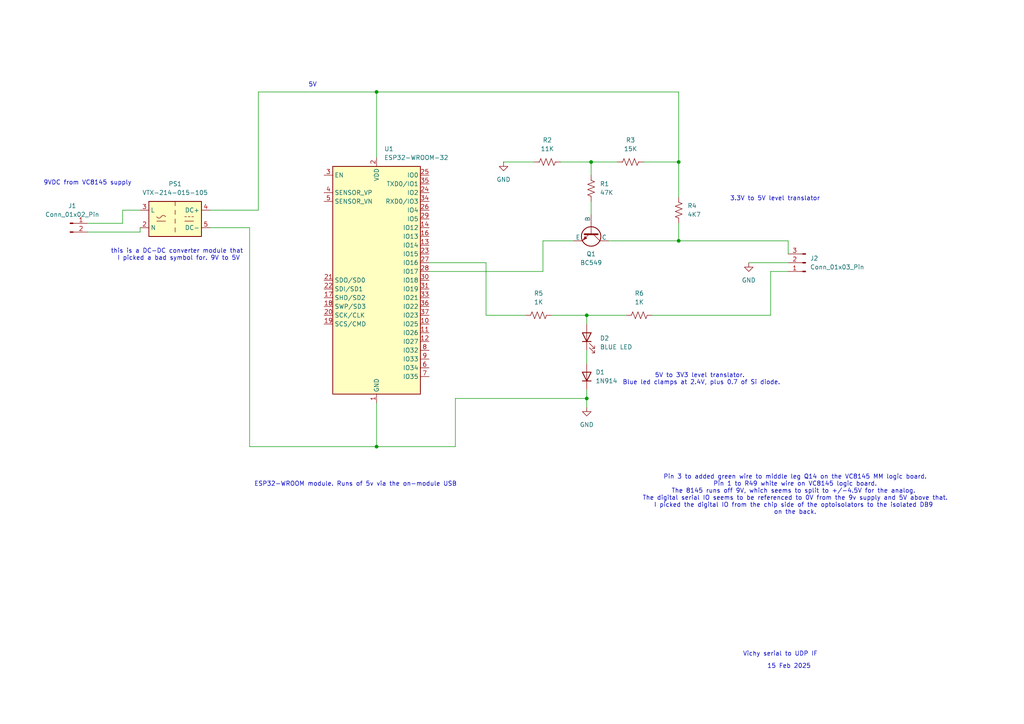
<source format=kicad_sch>
(kicad_sch (version 20231120) (generator "eeschema") (generator_version "8.0")
  (paper "A4")
  (lib_symbols
    (symbol "Connector:Conn_01x02_Pin" (pin_names (offset 1.016) hide)
      (property "Reference" "J" (at 0 2.54 0))
      (property "Value" "Conn_01x02_Pin" (at 0 -5.08 0))
      (symbol "Conn_01x02_Pin_1_1"
        (polyline (pts (xy 1.27 -2.54) (xy 0.8636 -2.54)) (stroke (width 0.1524)))
        (polyline (pts (xy 1.27 0) (xy 0.8636 0)) (stroke (width 0.1524)))
        (rectangle (start 0.8636 -2.413) (end 0 -2.667) (stroke (width 0.1524)) (fill (type outline)))
        (rectangle (start 0.8636 0.127) (end 0 -0.127) (stroke (width 0.1524)) (fill (type outline)))
        (pin passive line (at 5.08 0 180) (length 3.81) (name "Pin_1") (number "1"))
        (pin passive line (at 5.08 -2.54 180) (length 3.81) (name "Pin_2") (number "2"))
      )
    )
    (symbol "Connector:Conn_01x03_Pin" (pin_names (offset 1.016) hide)
      (property "Reference" "J" (at 0 5.08 0))
      (property "Value" "Conn_01x03_Pin" (at 0 -5.08 0))
      (symbol "Conn_01x03_Pin_1_1"
        (polyline (pts (xy 1.27 -2.54) (xy 0.8636 -2.54)) (stroke (width 0.1524)))
        (polyline (pts (xy 1.27 0) (xy 0.8636 0)) (stroke (width 0.1524)))
        (polyline (pts (xy 1.27 2.54) (xy 0.8636 2.54)) (stroke (width 0.1524)))
        (rectangle (start 0.8636 -2.413) (end 0 -2.667) (stroke (width 0.1524)) (fill (type outline)))
        (rectangle (start 0.8636 0.127) (end 0 -0.127) (stroke (width 0.1524)) (fill (type outline)))
        (rectangle (start 0.8636 2.667) (end 0 2.413) (stroke (width 0.1524)) (fill (type outline)))
        (pin passive line (at 5.08 2.54 180) (length 3.81) (name "Pin_1") (number "1"))
        (pin passive line (at 5.08 0 180) (length 3.81) (name "Pin_2") (number "2"))
        (pin passive line (at 5.08 -2.54 180) (length 3.81) (name "Pin_3") (number "3"))
      )
    )
    (symbol "Converter_ACDC:VTX-214-015-105"
      (property "Reference" "PS" (at 0 8.89 0))
      (property "Value" "VTX-214-015-105" (at 0 6.35 0))
      (symbol "VTX-214-015-105_0_1"
        (rectangle (start -7.62 5.08) (end 7.62 -5.08) (stroke (width 0.254)) (fill (type background)))
        (arc (start -5.334 0.635) (mid -4.699 0.2495) (end -4.064 0.635))
        (arc (start -2.794 0.635) (mid -3.429 1.0072) (end -4.064 0.635))
        (polyline (pts (xy -5.334 -0.635) (xy -2.794 -0.635)))
        (polyline (pts (xy 2.794 -0.635) (xy 5.334 -0.635)))
        (polyline (pts (xy 2.794 0.635) (xy 3.302 0.635)))
        (polyline (pts (xy 3.81 0.635) (xy 4.318 0.635)))
        (polyline (pts (xy 4.826 0.635) (xy 5.334 0.635)))
      )
      (symbol "VTX-214-015-105_1_1"
        (polyline (pts (xy 0 -2.54) (xy 0 -3.81)))
        (polyline (pts (xy 0 0) (xy 0 -1.27)))
        (polyline (pts (xy 0 2.54) (xy 0 1.27)))
        (polyline (pts (xy 0 5.08) (xy 0 3.81)))
        (pin no_connect line (at 0 -5.08 90) (length 2.54) hide (name "FG") (number "1"))
        (pin power_in line (at -10.16 -2.54 0) (length 2.54) (name "N") (number "2"))
        (pin power_in line (at -10.16 2.54 0) (length 2.54) (name "L") (number "3"))
        (pin power_out line (at 10.16 2.54 180) (length 2.54) (name "DC+") (number "4"))
        (pin power_out line (at 10.16 -2.54 180) (length 2.54) (name "DC-") (number "5"))
      )
    )
    (symbol "Device:D" (pin_numbers hide) (pin_names (offset 1.016) hide)
      (property "Reference" "D" (at 0 2.54 0))
      (property "Value" "D" (at 0 -2.54 0))
      (symbol "D_0_1"
        (polyline (pts (xy -1.27 1.27) (xy -1.27 -1.27)) (stroke (width 0.254)))
        (polyline (pts (xy 1.27 0) (xy -1.27 0)))
        (polyline (pts (xy 1.27 1.27) (xy 1.27 -1.27) (xy -1.27 0) (xy 1.27 1.27)) (stroke (width 0.254)))
      )
      (symbol "D_1_1"
        (pin passive line (at -3.81 0 0) (length 2.54) (name "K") (number "1"))
        (pin passive line (at 3.81 0 180) (length 2.54) (name "A") (number "2"))
      )
    )
    (symbol "Device:LED" (pin_numbers hide) (pin_names (offset 1.016) hide)
      (property "Reference" "D" (at 0 2.54 0))
      (property "Value" "LED" (at 0 -2.54 0))
      (symbol "LED_0_1"
        (polyline (pts (xy -1.27 -1.27) (xy -1.27 1.27)) (stroke (width 0.254)))
        (polyline (pts (xy -1.27 0) (xy 1.27 0)))
        (polyline (pts (xy 1.27 -1.27) (xy 1.27 1.27) (xy -1.27 0) (xy 1.27 -1.27)) (stroke (width 0.254)))
        (polyline (pts (xy -3.048 -0.762) (xy -4.572 -2.286) (xy -3.81 -2.286) (xy -4.572 -2.286) (xy -4.572 -1.524)))
        (polyline (pts (xy -1.778 -0.762) (xy -3.302 -2.286) (xy -2.54 -2.286) (xy -3.302 -2.286) (xy -3.302 -1.524)))
      )
      (symbol "LED_1_1"
        (pin passive line (at -3.81 0 0) (length 2.54) (name "K") (number "1"))
        (pin passive line (at 3.81 0 180) (length 2.54) (name "A") (number "2"))
      )
    )
    (symbol "Device:R_US" (pin_numbers hide) (pin_names (offset 0))
      (property "Reference" "R" (at 2.54 0 90))
      (property "Value" "R_US" (at -2.54 0 90))
      (symbol "R_US_0_1"
        (polyline (pts (xy 0 -2.286) (xy 0 -2.54)))
        (polyline (pts (xy 0 2.286) (xy 0 2.54)))
        (polyline (pts (xy 0 -0.762) (xy 1.016 -1.143) (xy 0 -1.524) (xy -1.016 -1.905) (xy 0 -2.286)))
        (polyline (pts (xy 0 0.762) (xy 1.016 0.381) (xy 0 0) (xy -1.016 -0.381) (xy 0 -0.762)))
        (polyline (pts (xy 0 2.286) (xy 1.016 1.905) (xy 0 1.524) (xy -1.016 1.143) (xy 0 0.762)))
      )
      (symbol "R_US_1_1"
        (pin passive line (at 0 3.81 270) (length 1.27) (name "~") (number "1"))
        (pin passive line (at 0 -3.81 90) (length 1.27) (name "~") (number "2"))
      )
    )
    (symbol "RF_Module:ESP32-WROOM-32"
      (property "Reference" "U" (at -12.7 34.29 0))
      (property "Value" "ESP32-WROOM-32" (at 1.27 34.29 0))
      (symbol "ESP32-WROOM-32_0_1"
        (rectangle (start -12.7 33.02) (end 12.7 -33.02) (stroke (width 0.254)) (fill (type background)))
      )
      (symbol "ESP32-WROOM-32_1_1"
        (pin power_in line (at 0 -35.56 90) (length 2.54) (name "GND") (number "1"))
        (pin bidirectional line (at 15.24 -12.7 180) (length 2.54) (name "IO25") (number "10"))
        (pin bidirectional line (at 15.24 -15.24 180) (length 2.54) (name "IO26") (number "11"))
        (pin bidirectional line (at 15.24 -17.78 180) (length 2.54) (name "IO27") (number "12"))
        (pin bidirectional line (at 15.24 10.16 180) (length 2.54) (name "IO14") (number "13"))
        (pin bidirectional line (at 15.24 15.24 180) (length 2.54) (name "IO12") (number "14"))
        (pin passive line (at 0 -35.56 90) (length 2.54) hide (name "GND") (number "15"))
        (pin bidirectional line (at 15.24 12.7 180) (length 2.54) (name "IO13") (number "16"))
        (pin bidirectional line (at -15.24 -5.08 0) (length 2.54) (name "SHD/SD2") (number "17"))
        (pin bidirectional line (at -15.24 -7.62 0) (length 2.54) (name "SWP/SD3") (number "18"))
        (pin bidirectional line (at -15.24 -12.7 0) (length 2.54) (name "SCS/CMD") (number "19"))
        (pin power_in line (at 0 35.56 270) (length 2.54) (name "VDD") (number "2"))
        (pin bidirectional line (at -15.24 -10.16 0) (length 2.54) (name "SCK/CLK") (number "20"))
        (pin bidirectional line (at -15.24 0 0) (length 2.54) (name "SDO/SD0") (number "21"))
        (pin bidirectional line (at -15.24 -2.54 0) (length 2.54) (name "SDI/SD1") (number "22"))
        (pin bidirectional line (at 15.24 7.62 180) (length 2.54) (name "IO15") (number "23"))
        (pin bidirectional line (at 15.24 25.4 180) (length 2.54) (name "IO2") (number "24"))
        (pin bidirectional line (at 15.24 30.48 180) (length 2.54) (name "IO0") (number "25"))
        (pin bidirectional line (at 15.24 20.32 180) (length 2.54) (name "IO4") (number "26"))
        (pin bidirectional line (at 15.24 5.08 180) (length 2.54) (name "IO16") (number "27"))
        (pin bidirectional line (at 15.24 2.54 180) (length 2.54) (name "IO17") (number "28"))
        (pin bidirectional line (at 15.24 17.78 180) (length 2.54) (name "IO5") (number "29"))
        (pin input line (at -15.24 30.48 0) (length 2.54) (name "EN") (number "3"))
        (pin bidirectional line (at 15.24 0 180) (length 2.54) (name "IO18") (number "30"))
        (pin bidirectional line (at 15.24 -2.54 180) (length 2.54) (name "IO19") (number "31"))
        (pin no_connect line (at -12.7 -27.94 0) (length 2.54) hide (name "NC") (number "32"))
        (pin bidirectional line (at 15.24 -5.08 180) (length 2.54) (name "IO21") (number "33"))
        (pin bidirectional line (at 15.24 22.86 180) (length 2.54) (name "RXD0/IO3") (number "34"))
        (pin bidirectional line (at 15.24 27.94 180) (length 2.54) (name "TXD0/IO1") (number "35"))
        (pin bidirectional line (at 15.24 -7.62 180) (length 2.54) (name "IO22") (number "36"))
        (pin bidirectional line (at 15.24 -10.16 180) (length 2.54) (name "IO23") (number "37"))
        (pin passive line (at 0 -35.56 90) (length 2.54) hide (name "GND") (number "38"))
        (pin passive line (at 0 -35.56 90) (length 2.54) hide (name "GND") (number "39"))
        (pin input line (at -15.24 25.4 0) (length 2.54) (name "SENSOR_VP") (number "4"))
        (pin input line (at -15.24 22.86 0) (length 2.54) (name "SENSOR_VN") (number "5"))
        (pin input line (at 15.24 -25.4 180) (length 2.54) (name "IO34") (number "6"))
        (pin input line (at 15.24 -27.94 180) (length 2.54) (name "IO35") (number "7"))
        (pin bidirectional line (at 15.24 -20.32 180) (length 2.54) (name "IO32") (number "8"))
        (pin bidirectional line (at 15.24 -22.86 180) (length 2.54) (name "IO33") (number "9"))
      )
    )
    (symbol "Simulation_SPICE:NPN" (pin_numbers hide) (pin_names (offset 0))
      (property "Reference" "Q" (at -2.54 7.62 0))
      (property "Value" "NPN" (at -2.54 5.08 0))
      (symbol "NPN_0_1"
        (polyline (pts (xy -2.54 0) (xy 0.635 0)) (stroke (width 0.1524)))
        (polyline (pts (xy 0.635 0.635) (xy 2.54 2.54)))
        (polyline (pts (xy 2.794 -1.27) (xy 2.794 -1.27)) (stroke (width 0.1524)))
        (polyline (pts (xy 2.794 -1.27) (xy 2.794 -1.27)) (stroke (width 0.1524)))
        (polyline (pts (xy 0.635 -0.635) (xy 2.54 -2.54) (xy 2.54 -2.54)))
        (polyline (pts (xy 0.635 1.905) (xy 0.635 -1.905) (xy 0.635 -1.905)) (stroke (width 0.508)))
        (polyline (pts (xy 1.27 -1.778) (xy 1.778 -1.27) (xy 2.286 -2.286) (xy 1.27 -1.778) (xy 1.27 -1.778)) (fill (type outline)))
        (circle (center 1.27 0) (radius 2.8194) (stroke (width 0.254)))
      )
      (symbol "NPN_1_1"
        (pin open_collector line (at 2.54 5.08 270) (length 2.54) (name "C") (number "1"))
        (pin input line (at -5.08 0 0) (length 2.54) (name "B") (number "2"))
        (pin open_emitter line (at 2.54 -5.08 90) (length 2.54) (name "E") (number "3"))
      )
    )
    (symbol "power:GND" (power) (pin_numbers hide) (pin_names (offset 0) hide)
      (property "Value" "GND" (at 0 -3.81 0))
      (symbol "GND_0_1"
        (polyline (pts (xy 0 0) (xy 0 -1.27) (xy 1.27 -1.27) (xy 0 -2.54) (xy -1.27 -1.27) (xy 0 -1.27)))
      )
      (symbol "GND_1_1"
        (pin power_in line (at 0 0 270) (length 0) (name "~") (number "1"))
      )
    )
  )
  (junction (at 170.18 91.44))
  (junction (at 171.45 46.99))
  (junction (at 170.18 115.57))
  (junction (at 196.85 69.85))
  (junction (at 196.85 46.99))
  (junction (at 109.22 129.54))
  (junction (at 109.22 26.67))
  (wire (pts (xy 25.4 64.77) (xy 35.56 64.77)))
  (wire (pts (xy 35.56 60.96) (xy 40.64 60.96)))
  (wire (pts (xy 223.52 78.74) (xy 223.52 91.44)))
  (wire (pts (xy 160.02 91.44) (xy 170.18 91.44)))
  (wire (pts (xy 170.18 113.03) (xy 170.18 115.57)))
  (wire (pts (xy 171.45 46.99) (xy 171.45 50.8)))
  (wire (pts (xy 186.69 46.99) (xy 196.85 46.99)))
  (wire (pts (xy 196.85 46.99) (xy 196.85 57.15)))
  (wire (pts (xy 171.45 58.42) (xy 171.45 62.23)))
  (wire (pts (xy 196.85 69.85) (xy 196.85 64.77)))
  (wire (pts (xy 170.18 115.57) (xy 170.18 118.11)))
  (wire (pts (xy 146.05 46.99) (xy 154.94 46.99)))
  (wire (pts (xy 162.56 46.99) (xy 171.45 46.99)))
  (wire (pts (xy 74.93 60.96) (xy 74.93 26.67)))
  (wire (pts (xy 60.96 60.96) (xy 74.93 60.96)))
  (wire (pts (xy 228.6 78.74) (xy 223.52 78.74)))
  (wire (pts (xy 157.48 69.85) (xy 166.37 69.85)))
  (wire (pts (xy 109.22 26.67) (xy 109.22 45.72)))
  (wire (pts (xy 72.39 66.04) (xy 72.39 129.54)))
  (wire (pts (xy 170.18 115.57) (xy 132.08 115.57)))
  (wire (pts (xy 217.17 76.2) (xy 228.6 76.2)))
  (wire (pts (xy 176.53 69.85) (xy 196.85 69.85)))
  (wire (pts (xy 35.56 64.77) (xy 35.56 60.96)))
  (wire (pts (xy 109.22 129.54) (xy 109.22 116.84)))
  (wire (pts (xy 228.6 73.66) (xy 228.6 69.85)))
  (wire (pts (xy 40.64 67.31) (xy 40.64 66.04)))
  (wire (pts (xy 170.18 91.44) (xy 181.61 91.44)))
  (wire (pts (xy 140.97 76.2) (xy 140.97 91.44)))
  (wire (pts (xy 157.48 78.74) (xy 157.48 69.85)))
  (wire (pts (xy 223.52 91.44) (xy 189.23 91.44)))
  (wire (pts (xy 196.85 26.67) (xy 196.85 46.99)))
  (wire (pts (xy 196.85 69.85) (xy 228.6 69.85)))
  (wire (pts (xy 72.39 129.54) (xy 109.22 129.54)))
  (wire (pts (xy 171.45 46.99) (xy 179.07 46.99)))
  (wire (pts (xy 124.46 76.2) (xy 140.97 76.2)))
  (wire (pts (xy 140.97 91.44) (xy 152.4 91.44)))
  (wire (pts (xy 74.93 26.67) (xy 109.22 26.67)))
  (wire (pts (xy 124.46 78.74) (xy 157.48 78.74)))
  (wire (pts (xy 170.18 101.6) (xy 170.18 105.41)))
  (wire (pts (xy 170.18 91.44) (xy 170.18 93.98)))
  (wire (pts (xy 132.08 129.54) (xy 109.22 129.54)))
  (wire (pts (xy 109.22 26.67) (xy 196.85 26.67)))
  (wire (pts (xy 25.4 67.31) (xy 40.64 67.31)))
  (wire (pts (xy 132.08 115.57) (xy 132.08 129.54)))
  (wire (pts (xy 60.96 66.04) (xy 72.39 66.04)))
  (text "5V to 3V3 level translator. \nBlue led clamps at 2.4V, plus 0.7 of Si diode." (at 203.454 109.982 0) (effects (font (size 1.27 1.27))))
  (text "ESP32-WROOM module. Runs of 5v via the on-module USB" (at 103.124 140.462 0) (effects (font (size 1.27 1.27))))
  (text "9VDC from VC8145 supply" (at 25.4 53.086 0) (effects (font (size 1.27 1.27))))
  (text "this is a DC-DC converter module that \nI picked a bad symbol for. 9V to 5V" (at 51.816 73.914 0) (effects (font (size 1.27 1.27))))
  (text "15 Feb 2025" (at 228.854 193.294 0) (effects (font (size 1.27 1.27))))
  (text "3.3V to 5V level translator" (at 224.79 57.658 0) (effects (font (size 1.27 1.27))))
  (text "5V" (at 90.678 24.638 0) (effects (font (size 1.27 1.27))))
  (text "Pin 3 to added green wire to middle leg Q14 on the VC8145 MM logic board.\nPin 1 to R49 white wire on VC8145 logic board.\nThe 8145 runs off 9V, which seems to split to +/-4.5V for the analog. \nThe digital serial IO seems to be referenced to 0V from the 9v supply and 5V above that.\nI picked the digital IO from the chip side of the optoisolators to the isolated DB9 \non the back." (at 230.632 143.51 0) (effects (font (size 1.27 1.27))))
  (text "Vichy serial to UDP IF" (at 226.314 189.738 0) (effects (font (size 1.27 1.27))))
  (symbol (lib_id "Device:R_US") (at 156.21 91.44 90) (unit 1)
    (property "Reference" "R5" (at 156.21 85.09 90))
    (property "Value" "1K" (at 156.21 87.63 90))
    (property "Description" "Resistor, US symbol" (effects (hide yes)))
  )
  (symbol (lib_id "Connector:Conn_01x03_Pin") (at 233.68 76.2 180) (unit 1)
    (property "Reference" "J2" (at 234.95 74.9299 0) (effects (justify right)))
    (property "Value" "Conn_01x03_Pin" (at 234.95 77.4699 0) (effects (justify right)))
    (property "Description" "Generic connector, single row, 01x03, script generated" (effects (hide yes)))
  )
  (symbol (lib_id "RF_Module:ESP32-WROOM-32") (at 109.22 81.28 0) (unit 1)
    (property "Reference" "U1" (at 111.4141 43.18 0) (effects (justify left)))
    (property "Value" "ESP32-WROOM-32" (at 111.4141 45.72 0) (effects (justify left)))
    (property "Footprint" "RF_Module:ESP32-WROOM-32" (effects (hide yes)))
    (property "Datasheet" "https://www.espressif.com/sites/default/files/documentation/esp32-wroom-32_datasheet_en.pdf" (effects (hide yes)))
    (property "Description" "RF Module, ESP32-D0WDQ6 SoC, Wi-Fi 802.11b/g/n, Bluetooth, BLE, 32-bit, 2.7-3.6V, onboard antenna, SMD" (effects (hide yes)))
  )
  (symbol (lib_id "Device:R_US") (at 182.88 46.99 90) (unit 1)
    (property "Reference" "R3" (at 182.88 40.64 90))
    (property "Value" "15K" (at 182.88 43.18 90))
    (property "Description" "Resistor, US symbol" (effects (hide yes)))
  )
  (symbol (lib_id "Connector:Conn_01x02_Pin") (at 20.32 64.77 0) (unit 1)
    (property "Reference" "J1" (at 20.955 59.69 0))
    (property "Value" "Conn_01x02_Pin" (at 20.955 62.23 0))
    (property "Description" "Generic connector, single row, 01x02, script generated" (effects (hide yes)))
  )
  (symbol (lib_id "power:GND") (at 217.17 76.2 0) (unit 1)
    (property "Reference" "#PWR02" (effects (hide yes)))
    (property "Value" "GND" (at 217.17 81.28 0))
    (property "Description" "Power symbol creates a global label with name \"GND\" , ground" (effects (hide yes)))
  )
  (symbol (lib_id "Device:R_US") (at 196.85 60.96 0) (unit 1)
    (property "Reference" "R4" (at 199.39 59.6899 0) (effects (justify left)))
    (property "Value" "4K7" (at 199.39 62.2299 0) (effects (justify left)))
    (property "Description" "Resistor, US symbol" (effects (hide yes)))
  )
  (symbol (lib_id "Simulation_SPICE:NPN") (at 171.45 67.31 270) (unit 1)
    (property "Reference" "Q1" (at 171.45 73.66 90))
    (property "Value" "BC549" (at 171.45 76.2 90))
    (property "Datasheet" "https://ngspice.sourceforge.io/docs/ngspice-html-manual/manual.xhtml#cha_BJTs" (effects (hide yes)))
    (property "Description" "Bipolar transistor symbol for simulation only, substrate tied to the emitter" (effects (hide yes)))
    (property "Sim.Device" "NPN" (effects (hide yes)))
    (property "Sim.Type" "GUMMELPOON" (effects (hide yes)))
    (property "Sim.Pins" "1=C 2=B 3=E" (effects (hide yes)))
  )
  (symbol (lib_id "Device:R_US") (at 158.75 46.99 270) (unit 1)
    (property "Reference" "R2" (at 158.75 40.64 90))
    (property "Value" "11K" (at 158.75 43.18 90))
    (property "Description" "Resistor, US symbol" (effects (hide yes)))
  )
  (symbol (lib_id "Converter_ACDC:VTX-214-015-105") (at 50.8 63.5 0) (unit 1)
    (property "Reference" "PS1" (at 50.8 53.34 0))
    (property "Value" "VTX-214-015-105" (at 50.8 55.88 0))
    (property "Footprint" "Converter_ACDC:Converter_ACDC_Vigortronix_VTX-214-015-1xx_THT" (effects (hide yes)))
    (property "Datasheet" "http://www.vigortronix.com/15WattSMPSPCBModuleAC-DC" (effects (hide yes)))
    (property "Description" "5V Vigortronix 15W ACDC Converters" (effects (hide yes)))
  )
  (symbol (lib_id "Device:D") (at 170.18 109.22 90) (unit 1)
    (property "Reference" "D1" (at 172.72 107.9499 90) (effects (justify right)))
    (property "Value" "1N914" (at 172.72 110.4899 90) (effects (justify right)))
    (property "Description" "Diode" (effects (hide yes)))
    (property "Sim.Device" "D" (effects (hide yes)))
    (property "Sim.Pins" "1=K 2=A" (effects (hide yes)))
  )
  (symbol (lib_id "Device:LED") (at 170.18 97.79 90) (unit 1)
    (property "Reference" "D2" (at 173.99 98.1074 90) (effects (justify right)))
    (property "Value" "BLUE LED" (at 173.99 100.6474 90) (effects (justify right)))
    (property "Description" "Light emitting diode" (effects (hide yes)))
  )
  (symbol (lib_id "Device:R_US") (at 171.45 54.61 180) (unit 1)
    (property "Reference" "R1" (at 173.99 53.3399 0) (effects (justify right)))
    (property "Value" "47K" (at 173.99 55.8799 0) (effects (justify right)))
    (property "Description" "Resistor, US symbol" (effects (hide yes)))
  )
  (symbol (lib_id "Device:R_US") (at 185.42 91.44 90) (unit 1)
    (property "Reference" "R6" (at 185.42 85.09 90))
    (property "Value" "1K" (at 185.42 87.63 90))
    (property "Description" "Resistor, US symbol" (effects (hide yes)))
  )
  (symbol (lib_id "power:GND") (at 170.18 118.11 0) (unit 1)
    (property "Reference" "#PWR03" (effects (hide yes)))
    (property "Value" "GND" (at 170.18 123.19 0))
    (property "Description" "Power symbol creates a global label with name \"GND\" , ground" (effects (hide yes)))
  )
  (symbol (lib_id "power:GND") (at 146.05 46.99 0) (unit 1)
    (property "Reference" "#PWR01" (effects (hide yes)))
    (property "Value" "GND" (at 146.05 52.07 0))
    (property "Description" "Power symbol creates a global label with name \"GND\" , ground" (effects (hide yes)))
  )
)
</source>
